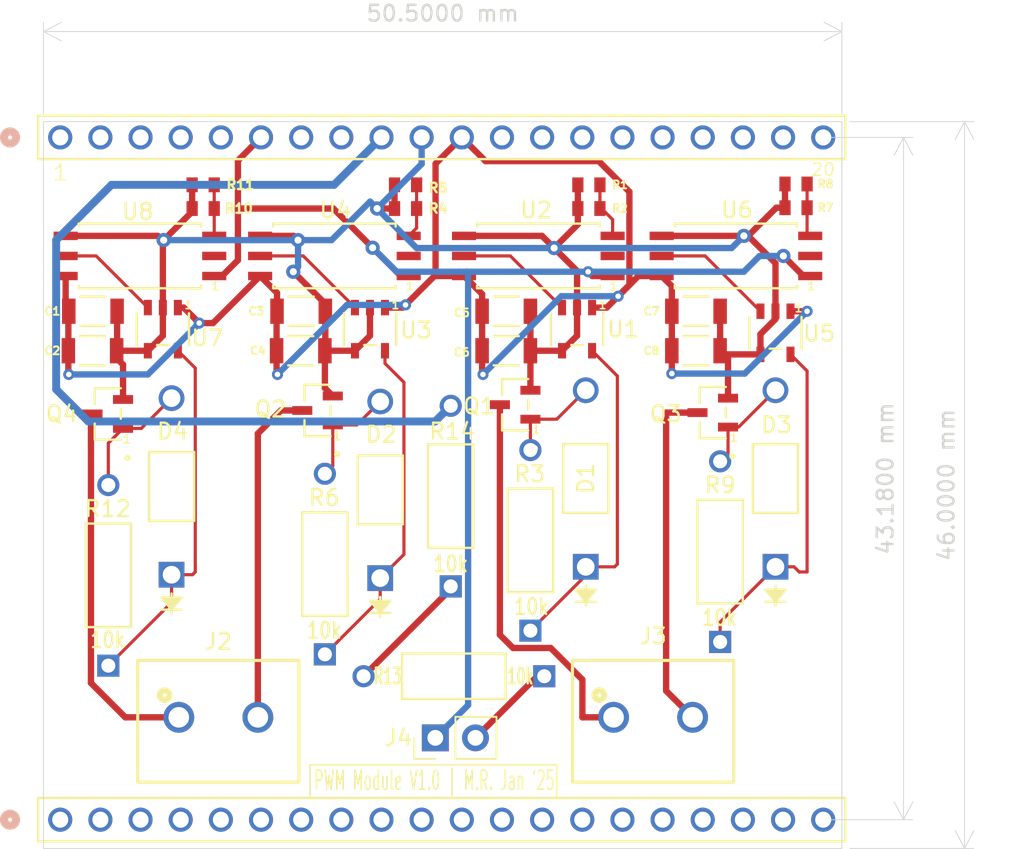
<source format=kicad_pcb>
(kicad_pcb (version 20240108) (generator "pcbnew") (generator_version "8.0")
  (layers (0 "F.Cu" signal) (31 "B.Cu" signal) (34 "B.Paste" user) (35 "F.Paste" user) (36 "B.SilkS" user "B.Silkscreen") (37 "F.SilkS" user "F.Silkscreen") (38 "B.Mask" user) (39 "F.Mask" user) (44 "Edge.Cuts" user))
  (net 0 "")
  (net 1 "GND")
  (net 2 "Net-(U1-VDD)")
  (net 3 "Net-(D1-A)")
  (net 4 "Net-(D1-K)")
  (net 5 "Net-(D2-K)")
  (net 6 "Net-(D2-A)")
  (net 7 "Net-(D3-K)")
  (net 8 "Net-(D3-A)")
  (net 9 "Net-(D4-K)")
  (net 10 "Net-(D4-A)")
  (net 11 "Net-(J2-Pin_2)")
  (net 12 "Net-(J3-Pin_2)")
  (net 13 "Net-(J3-Pin_1)")
  (net 14 "Net-(R1-Pad2)")
  (net 15 "Net-(R4-Pad2)")
  (net 16 "Net-(R7-Pad2)")
  (net 17 "Net-(R10-Pad2)")
  (net 18 "Net-(U1-IN+)")
  (net 20 "Net-(U3-IN+)")
  (net 22 "Net-(U5-IN+)")
  (net 24 "Net-(U7-IN+)")
  (net 26 "Net-(J4-Pin_1)")
  (net 27 "Net-(J4-Pin_2)")
  (net 28 "Net-(R13-Pad2)")
  (net 37 "Net-(J5-Pad9)")
  (net 46 "Net-(J2-Pin_1)")
  (footprint "Connector_PinHeader_2.54mm:PinHeader_1x02_P2.54mm_Vertical" (layer "F.Cu") (at 176.125 63.4 90)
    (property "Reference" "J4" (at 0 -2.33 180) (layer "F.SilkS"))
    (property "Value" "Conn_01x02_Pin")
    (pad "1" thru_hole rect (at 0 0 90) (size 1.7 1.7) (drill 1) (layers "*.Cu" "*.Mask") (net 26 "Net-(J4-Pin_1)"))
    (pad "2" thru_hole oval (at 0 2.54 90) (size 1.7 1.7) (drill 1) (layers "*.Cu" "*.Mask") (net 27 "Net-(J4-Pin_2)"))
  )
  (footprint "UCC27517DBVR:DBV5_TEX" (layer "F.Cu") (at 158.891501 37.53475 -90)
    (property "Reference" "U7" (at 0.56525 -2.808499 0) (layer "F.SilkS"))
    (property "Value" "UCC27517DBVR")
    (pad "1" smd rect (at -1.36525 -0.950001 270) (size 0.9779 0.508) (layers "F.Cu" "F.Paste" "F.Mask") (net 2 "Net-(U1-VDD)"))
    (pad "2" smd rect (at -1.36525 0 270) (size 0.9779 0.508) (layers "F.Cu" "F.Paste" "F.Mask") (net 1 "GND"))
    (pad "3" smd rect (at -1.36525 0.950001 270) (size 0.9779 0.508) (layers "F.Cu" "F.Paste" "F.Mask") (net 24 "Net-(U7-IN+)"))
    (pad "4" smd rect (at 1.36525 0.950001 270) (size 0.9779 0.508) (layers "F.Cu" "F.Paste" "F.Mask") (net 1 "GND"))
    (pad "5" smd rect (at 1.36525 -0.950001 270) (size 0.9779 0.508) (layers "F.Cu" "F.Paste" "F.Mask") (net 9 "Net-(D4-K)"))
  )
  (footprint "PWM FET:SOT23_DIO" (layer "F.Cu") (at 168.6748 42.679999 90)
    (property "Reference" "Q2" (at 0.079999 -2.9748 0) (layer "F.SilkS"))
    (property "Value" "DMN3404L-7")
    (pad "1" smd rect (at -0.914999 0.9652 90) (size 0.5588 1.27) (layers "F.Cu" "F.Paste" "F.Mask") (net 6 "Net-(D2-A)"))
    (pad "2" smd rect (at 0.914999 0.9652 90) (size 0.5588 1.27) (layers "F.Cu" "F.Paste" "F.Mask") (net 1 "GND"))
    (pad "3" smd rect (at 0 -0.9652 90) (size 0.5588 1.27) (layers "F.Cu" "F.Paste" "F.Mask") (net 11 "Net-(J2-Pin_2)"))
  )
  (footprint "Capacitor 0.1u:CAP_CL31_SAM" (layer "F.Cu") (at 167.612199 38.9)
    (property "Reference" "C4" (at -2.712199 0 0) (layer "F.SilkS") (effects (font (size 0.5 0.5) (thickness 0.125))))
    (property "Value" "0.1u")
    (pad "1" smd rect (at -1.527801 0) (size 0.8556 1.6) (layers "F.Cu" "F.Paste" "F.Mask") (net 2 "Net-(U1-VDD)"))
    (pad "2" smd rect (at 1.527801 0) (size 0.8556 1.6) (layers "F.Cu" "F.Paste" "F.Mask") (net 1 "GND"))
  )
  (footprint "1k Resistor:STA_RMCF0603_STP" (layer "F.Cu") (at 174.243 29.9)
    (property "Reference" "R4" (at 2.057 0 0) (layer "F.SilkS") (effects (font (size 0.6 0.6))))
    (property "Value" "1k")
    (pad "1" smd rect (at -0.6985 0) (size 0.7112 0.9398) (layers "F.Cu" "F.Paste" "F.Mask") (net 1 "GND"))
    (pad "2" smd rect (at 0.6985 0) (size 0.7112 0.9398) (layers "F.Cu" "F.Paste" "F.Mask") (net 15 "Net-(R4-Pad2)"))
  )
  (footprint "Capacitor 0.1u:CAP_CL31_SAM" (layer "F.Cu") (at 154.4415 38.9)
    (property "Reference" "C2" (at -2.5415 0 0) (layer "F.SilkS") (effects (font (size 0.5 0.5) (thickness 0.125))))
    (property "Value" "0.1u")
    (pad "1" smd rect (at -1.527801 0) (size 0.8556 1.6) (layers "F.Cu" "F.Paste" "F.Mask") (net 2 "Net-(U1-VDD)"))
    (pad "2" smd rect (at 1.527801 0) (size 0.8556 1.6) (layers "F.Cu" "F.Paste" "F.Mask") (net 1 "GND"))
  )
  (footprint "1k Resistor:STA_RMCF0603_STP" (layer "F.Cu") (at 185.8385 28.4)
    (property "Reference" "R1" (at 1.9615 0 0) (layer "F.SilkS") (effects (font (size 0.5 0.5) (thickness 0.125))))
    (property "Value" "1k")
    (pad "1" smd rect (at -0.6985 0) (size 0.7112 0.9398) (layers "F.Cu" "F.Paste" "F.Mask") (net 1 "GND"))
    (pad "2" smd rect (at 0.6985 0) (size 0.7112 0.9398) (layers "F.Cu" "F.Paste" "F.Mask") (net 14 "Net-(R1-Pad2)"))
  )
  (footprint "Green Connectors:691137710002" (layer "F.Cu") (at 189.9 62.1)
    (property "Reference" "J3" (at 0 -5.135 0) (layer "F.SilkS"))
    (property "Value" "Conn_01x02_Pin")
    (pad "1" thru_hole circle (at -2.5 0) (size 1.95 1.95) (drill 1.3) (layers "*.Cu" "*.Mask") (net 13 "Net-(J3-Pin_1)"))
    (pad "2" thru_hole circle (at 2.5 0) (size 1.95 1.95) (drill 1.3) (layers "*.Cu" "*.Mask") (net 12 "Net-(J3-Pin_2)"))
  )
  (footprint "PWM Diode:DO-41_DIO" (layer "F.Cu") (at 159.4415 53.076 90)
    (property "Reference" "D4" (at 9.076 0.0585 0) (layer "F.SilkS"))
    (property "Value" "1N4001")
    (pad "1" thru_hole rect (at 0 0 90) (size 1.6256 1.6256) (drill 1.1176) (layers "*.Cu" "*.Mask") (net 9 "Net-(D4-K)"))
    (pad "2" thru_hole circle (at 11.176 0 90) (size 1.6256 1.6256) (drill 1.1176) (layers "*.Cu" "*.Mask") (net 10 "Net-(D4-A)"))
  )
  (footprint "PWM Diode:DO-41_DIO" (layer "F.Cu") (at 185.64 52.576 90)
    (property "Reference" "D1" (at 5.588 0 90) (layer "F.SilkS"))
    (property "Value" "1N4001")
    (pad "1" thru_hole rect (at 0 0 90) (size 1.6256 1.6256) (drill 1.1176) (layers "*.Cu" "*.Mask") (net 4 "Net-(D1-K)"))
    (pad "2" thru_hole circle (at 11.176 0 90) (size 1.6256 1.6256) (drill 1.1176) (layers "*.Cu" "*.Mask") (net 3 "Net-(D1-A)"))
  )
  (footprint "PWM FET:SOT23_DIO" (layer "F.Cu") (at 193.6748 42.814999 90)
    (property "Reference" "Q3" (at -0.085001 -2.9748 0) (layer "F.SilkS"))
    (property "Value" "DMN3404L-7")
    (pad "1" smd rect (at -0.914999 0.9652 90) (size 0.5588 1.27) (layers "F.Cu" "F.Paste" "F.Mask") (net 8 "Net-(D3-A)"))
    (pad "2" smd rect (at 0.914999 0.9652 90) (size 0.5588 1.27) (layers "F.Cu" "F.Paste" "F.Mask") (net 1 "GND"))
    (pad "3" smd rect (at 0 -0.9652 90) (size 0.5588 1.27) (layers "F.Cu" "F.Paste" "F.Mask") (net 12 "Net-(J3-Pin_2)"))
  )
  (footprint "20 pins:CONN_PH1-20-UA_ADM" (layer "F.Cu") (at 152.4 25.4)
    (property "Reference" "J5" (hide yes))
    (property "Value" "PH1-20-UA")
    (pad "1" thru_hole circle (at 0 0) (size 1.524 1.524) (drill 1.016) (layers "*.Cu" "*.Mask"))
    (pad "2" thru_hole circle (at 2.54 0) (size 1.524 1.524) (drill 1.016) (layers "*.Cu" "*.Mask"))
    (pad "3" thru_hole circle (at 5.08 0) (size 1.524 1.524) (drill 1.016) (layers "*.Cu" "*.Mask"))
    (pad "4" thru_hole circle (at 7.62 0) (size 1.524 1.524) (drill 1.016) (layers "*.Cu" "*.Mask"))
    (pad "5" thru_hole circle (at 10.16 0) (size 1.524 1.524) (drill 1.016) (layers "*.Cu" "*.Mask"))
    (pad "6" thru_hole circle (at 12.7 0) (size 1.524 1.524) (drill 1.016) (layers "*.Cu" "*.Mask") (net 26 "Net-(J4-Pin_1)"))
    (pad "7" thru_hole circle (at 15.24 0) (size 1.524 1.524) (drill 1.016) (layers "*.Cu" "*.Mask"))
    (pad "8" thru_hole circle (at 17.78 0) (size 1.524 1.524) (drill 1.016) (layers "*.Cu" "*.Mask"))
    (pad "9" thru_hole circle (at 20.32 0) (size 1.524 1.524) (drill 1.016) (layers "*.Cu" "*.Mask") (net 37 "Net-(J5-Pad9)"))
    (pad "10" thru_hole circle (at 22.86 0) (size 1.524 1.524) (drill 1.016) (layers "*.Cu" "*.Mask") (net 1 "GND"))
    (pad "11" thru_hole circle (at 25.4 0) (size 1.524 1.524) (drill 1.016) (layers "*.Cu" "*.Mask") (net 2 "Net-(U1-VDD)"))
    (pad "12" thru_hole circle (at 27.94 0) (size 1.524 1.524) (drill 1.016) (layers "*.Cu" "*.Mask"))
    (pad "13" thru_hole circle (at 30.48 0) (size 1.524 1.524) (drill 1.016) (layers "*.Cu" "*.Mask"))
    (pad "14" thru_hole circle (at 33.02 0) (size 1.524 1.524) (drill 1.016) (layers "*.Cu" "*.Mask"))
    (pad "15" thru_hole circle (at 35.56 0) (size 1.524 1.524) (drill 1.016) (layers "*.Cu" "*.Mask"))
    (pad "16" thru_hole circle (at 38.1 0) (size 1.524 1.524) (drill 1.016) (layers "*.Cu" "*.Mask"))
    (pad "17" thru_hole circle (at 40.64 0) (size 1.524 1.524) (drill 1.016) (layers "*.Cu" "*.Mask"))
    (pad "18" thru_hole circle (at 43.18 0) (size 1.524 1.524) (drill 1.016) (layers "*.Cu" "*.Mask"))
    (pad "19" thru_hole circle (at 45.72 0) (size 1.524 1.524) (drill 1.016) (layers "*.Cu" "*.Mask"))
    (pad "20" thru_hole circle (at 48.26 0) (size 1.524 1.524) (drill 1.016) (layers "*.Cu" "*.Mask"))
  )
  (footprint "1k Resistor:STA_RMCF0603_STP" (layer "F.Cu") (at 174.243 28.4)
    (property "Reference" "R5" (at 2.057 0.2 0) (layer "F.SilkS") (effects (font (size 0.6 0.6))))
    (property "Value" "1k")
    (pad "1" smd rect (at -0.6985 0) (size 0.7112 0.9398) (layers "F.Cu" "F.Paste" "F.Mask") (net 1 "GND"))
    (pad "2" smd rect (at 0.6985 0) (size 0.7112 0.9398) (layers "F.Cu" "F.Paste" "F.Mask") (net 15 "Net-(R4-Pad2)"))
  )
  (footprint "Green Connectors:691137710002" (layer "F.Cu") (at 162.4 62.1)
    (property "Reference" "J2" (at 0 -4.8 0) (layer "F.SilkS"))
    (property "Value" "Conn_01x02_Pin")
    (pad "1" thru_hole circle (at -2.5 0) (size 1.95 1.95) (drill 1.3) (layers "*.Cu" "*.Mask") (net 46 "Net-(J2-Pin_1)"))
    (pad "2" thru_hole circle (at 2.5 0) (size 1.95 1.95) (drill 1.3) (layers "*.Cu" "*.Mask") (net 11 "Net-(J2-Pin_2)"))
  )
  (footprint "1k Resistor:STA_RMCF0603_STP" (layer "F.Cu") (at 161.4415 28.4)
    (property "Reference" "R11" (at 2.3585 0 0) (layer "F.SilkS") (effects (font (size 0.6 0.6))))
    (property "Value" "1k")
    (pad "1" smd rect (at -0.6985 0) (size 0.7112 0.9398) (layers "F.Cu" "F.Paste" "F.Mask") (net 1 "GND"))
    (pad "2" smd rect (at 0.6985 0) (size 0.7112 0.9398) (layers "F.Cu" "F.Paste" "F.Mask") (net 17 "Net-(R10-Pad2)"))
  )
  (footprint "UCC27517DBVR:DBV5_TEX" (layer "F.Cu") (at 197.64 37.76525 -90)
    (property "Reference" "U5" (at 0.03475 -2.76 0) (layer "F.SilkS"))
    (property "Value" "UCC27517DBVR")
    (pad "1" smd rect (at -1.36525 -0.950001 270) (size 0.9779 0.508) (layers "F.Cu" "F.Paste" "F.Mask") (net 2 "Net-(U1-VDD)"))
    (pad "2" smd rect (at -1.36525 0 270) (size 0.9779 0.508) (layers "F.Cu" "F.Paste" "F.Mask") (net 1 "GND"))
    (pad "3" smd rect (at -1.36525 0.950001 270) (size 0.9779 0.508) (layers "F.Cu" "F.Paste" "F.Mask") (net 22 "Net-(U5-IN+)"))
    (pad "4" smd rect (at 1.36525 0.950001 270) (size 0.9779 0.508) (layers "F.Cu" "F.Paste" "F.Mask") (net 1 "GND"))
    (pad "5" smd rect (at 1.36525 -0.950001 270) (size 0.9779 0.508) (layers "F.Cu" "F.Paste" "F.Mask") (net 7 "Net-(D3-K)"))
  )
  (footprint "Capacitor 0.1u:CAP_CL31_SAM" (layer "F.Cu") (at 167.64 36.4)
    (property "Reference" "C3" (at -2.84 0 0) (layer "F.SilkS") (effects (font (size 0.5 0.5) (thickness 0.125))))
    (property "Value" "0.1u")
    (pad "1" smd rect (at -1.527801 0) (size 0.8556 1.6) (layers "F.Cu" "F.Paste" "F.Mask") (net 2 "Net-(U1-VDD)"))
    (pad "2" smd rect (at 1.527801 0) (size 0.8556 1.6) (layers "F.Cu" "F.Paste" "F.Mask") (net 1 "GND"))
  )
  (footprint "Capacitor 0.1u:CAP_CL31_SAM" (layer "F.Cu") (at 180.612199 36.4)
    (property "Reference" "C5" (at -2.812199 0.1 0) (layer "F.SilkS") (effects (font (size 0.5 0.5) (thickness 0.125))))
    (property "Value" "0.1u")
    (pad "1" smd rect (at -1.527801 0) (size 0.8556 1.6) (layers "F.Cu" "F.Paste" "F.Mask") (net 2 "Net-(U1-VDD)"))
    (pad "2" smd rect (at 1.527801 0) (size 0.8556 1.6) (layers "F.Cu" "F.Paste" "F.Mask") (net 1 "GND"))
  )
  (footprint "Capacitor 0.1u:CAP_CL31_SAM" (layer "F.Cu") (at 180.612199 38.9)
    (property "Reference" "C6" (at -2.812199 0.1 0) (layer "F.SilkS") (effects (font (size 0.5 0.5) (thickness 0.125))))
    (property "Value" "0.1u")
    (pad "1" smd rect (at -1.527801 0) (size 0.8556 1.6) (layers "F.Cu" "F.Paste" "F.Mask") (net 2 "Net-(U1-VDD)"))
    (pad "2" smd rect (at 1.527801 0) (size 0.8556 1.6) (layers "F.Cu" "F.Paste" "F.Mask") (net 1 "GND"))
  )
  (footprint "PWM FET:SOT23_DIO" (layer "F.Cu") (at 155.4067 42.9 90)
    (property "Reference" "Q4" (at 0 -2.9067 0) (layer "F.SilkS"))
    (property "Value" "DMN3404L-7")
    (pad "1" smd rect (at -0.914999 0.9652 90) (size 0.5588 1.27) (layers "F.Cu" "F.Paste" "F.Mask") (net 10 "Net-(D4-A)"))
    (pad "2" smd rect (at 0.914999 0.9652 90) (size 0.5588 1.27) (layers "F.Cu" "F.Paste" "F.Mask") (net 1 "GND"))
    (pad "3" smd rect (at 0 -0.9652 90) (size 0.5588 1.27) (layers "F.Cu" "F.Paste" "F.Mask") (net 46 "Net-(J2-Pin_1)"))
  )
  (footprint "PWM Diode:DO-41_DIO" (layer "F.Cu") (at 197.64 52.576 90)
    (property "Reference" "D3" (at 8.976 0.06 0) (layer "F.SilkS"))
    (property "Value" "1N4001")
    (pad "1" thru_hole rect (at 0 0 90) (size 1.6256 1.6256) (drill 1.1176) (layers "*.Cu" "*.Mask") (net 7 "Net-(D3-K)"))
    (pad "2" thru_hole circle (at 11.176 0 90) (size 1.6256 1.6256) (drill 1.1176) (layers "*.Cu" "*.Mask") (net 8 "Net-(D3-A)"))
  )
  (footprint "10k throughole:STA_CF14_STP" (layer "F.Cu") (at 194.14 57.33 90)
    (property "Reference" "R9" (at 9.93 0 0) (layer "F.SilkS"))
    (property "Value" "10k")
    (pad "1" thru_hole rect (at 0 0 90) (size 1.397 1.397) (drill 0.889) (layers "*.Cu" "*.Mask") (net 7 "Net-(D3-K)"))
    (pad "2" thru_hole circle (at 11.43 0 90) (size 1.397 1.397) (drill 0.889) (layers "*.Cu" "*.Mask") (net 8 "Net-(D3-A)"))
  )
  (footprint "TLP2745TP_E:SO6L_TOS" (layer "F.Cu") (at 182.64 32.9 180)
    (property "Reference" "U2" (at 0.14 2.9 0) (layer "F.SilkS"))
    (property "Value" "TLP2745TP_E")
    (pad "1" smd rect (at -4.699 -1.27 180) (size 1.524 0.5334) (layers "F.Cu" "F.Paste" "F.Mask") (net 26 "Net-(J4-Pin_1)"))
    (pad "2" smd rect (at -4.699 0 180) (size 1.524 0.5334) (layers "F.Cu" "F.Paste" "F.Mask"))
    (pad "3" smd rect (at -4.699 1.27 180) (size 1.524 0.5334) (layers "F.Cu" "F.Paste" "F.Mask") (net 14 "Net-(R1-Pad2)"))
    (pad "4" smd rect (at 4.699 1.27 180) (size 1.524 0.5334) (layers "F.Cu" "F.Paste" "F.Mask") (net 1 "GND"))
    (pad "5" smd rect (at 4.699 0 180) (size 1.524 0.5334) (layers "F.Cu" "F.Paste" "F.Mask") (net 18 "Net-(U1-IN+)"))
    (pad "6" smd rect (at 4.699 -1.27 180) (size 1.524 0.5334) (layers "F.Cu" "F.Paste" "F.Mask") (net 2 "Net-(U1-VDD)"))
  )
  (footprint "Capacitor 0.1u:CAP_CL31_SAM" (layer "F.Cu") (at 154.469301 36.4)
    (property "Reference" "C1" (at -2.569301 0 0) (layer "F.SilkS") (effects (font (size 0.5 0.5) (thickness 0.125))))
    (property "Value" "0.1u")
    (pad "1" smd rect (at -1.527801 0) (size 0.8556 1.6) (layers "F.Cu" "F.Paste" "F.Mask") (net 2 "Net-(U1-VDD)"))
    (pad "2" smd rect (at 1.527801 0) (size 0.8556 1.6) (layers "F.Cu" "F.Paste" "F.Mask") (net 1 "GND"))
  )
  (footprint "10k throughole:STA_CF14_STP" (layer "F.Cu") (at 183.015 59.5 180)
    (property "Reference" "R13" (at 9.915 0 0) (layer "F.SilkS") (effects (font (size 1 0.6))))
    (property "Value" "10k")
    (pad "1" thru_hole rect (at 0 0 180) (size 1.397 1.397) (drill 0.889) (layers "*.Cu" "*.Mask") (net 27 "Net-(J4-Pin_2)"))
    (pad "2" thru_hole circle (at 11.43 0 180) (size 1.397 1.397) (drill 0.889) (layers "*.Cu" "*.Mask") (net 28 "Net-(R13-Pad2)"))
  )
  (footprint "TLP2745TP_E:SO6L_TOS" (layer "F.Cu") (at 195.14 32.9 180)
    (property "Reference" "U6" (at -0.06 2.9 0) (layer "F.SilkS"))
    (property "Value" "TLP2745TP_E")
    (pad "1" smd rect (at -4.699 -1.27 180) (size 1.524 0.5334) (layers "F.Cu" "F.Paste" "F.Mask") (net 26 "Net-(J4-Pin_1)"))
    (pad "2" smd rect (at -4.699 0 180) (size 1.524 0.5334) (layers "F.Cu" "F.Paste" "F.Mask"))
    (pad "3" smd rect (at -4.699 1.27 180) (size 1.524 0.5334) (layers "F.Cu" "F.Paste" "F.Mask") (net 16 "Net-(R7-Pad2)"))
    (pad "4" smd rect (at 4.699 1.27 180) (size 1.524 0.5334) (layers "F.Cu" "F.Paste" "F.Mask") (net 1 "GND"))
    (pad "5" smd rect (at 4.699 0 180) (size 1.524 0.5334) (layers "F.Cu" "F.Paste" "F.Mask") (net 22 "Net-(U5-IN+)"))
    (pad "6" smd rect (at 4.699 -1.27 180) (size 1.524 0.5334) (layers "F.Cu" "F.Paste" "F.Mask") (net 2 "Net-(U1-VDD)"))
  )
  (footprint "Capacitor 0.1u:CAP_CL31_SAM" (layer "F.Cu") (at 192.612199 36.4)
    (property "Reference" "C7" (at -2.812199 0 0) (layer "F.SilkS") (effects (font (size 0.5 0.5) (thickness 0.125))))
    (property "Value" "0.1u")
    (pad "1" smd rect (at -1.527801 0) (size 0.8556 1.6) (layers "F.Cu" "F.Paste" "F.Mask") (net 2 "Net-(U1-VDD)"))
    (pad "2" smd rect (at 1.527801 0) (size 0.8556 1.6) (layers "F.Cu" "F.Paste" "F.Mask") (net 1 "GND"))
  )
  (footprint "10k throughole:STA_CF14_STP" (layer "F.Cu") (at 182.14 56.615 90)
    (property "Reference" "R3" (at 9.915 -0.04 0) (layer "F.SilkS"))
    (property "Value" "10k")
    (pad "1" thru_hole rect (at 0 0 90) (size 1.397 1.397) (drill 0.889) (layers "*.Cu" "*.Mask") (net 4 "Net-(D1-K)"))
    (pad "2" thru_hole circle (at 11.43 0 90) (size 1.397 1.397) (drill 0.889) (layers "*.Cu" "*.Mask") (net 3 "Net-(D1-A)"))
  )
  (footprint "1k Resistor:STA_RMCF0603_STP" (layer "F.Cu") (at 198.9415 28.3478)
    (property "Reference" "R8" (at 1.8585 0 0) (layer "F.SilkS") (effects (font (size 0.5 0.5) (thickness 0.125))))
    (property "Value" "1k")
    (pad "1" smd rect (at -0.6985 0) (size 0.7112 0.9398) (layers "F.Cu" "F.Paste" "F.Mask") (net 1 "GND"))
    (pad "2" smd rect (at 0.6985 0) (size 0.7112 0.9398) (layers "F.Cu" "F.Paste" "F.Mask") (net 16 "Net-(R7-Pad2)"))
  )
  (footprint "10k throughole:STA_CF14_STP" (layer "F.Cu") (at 155.4415 58.83 90)
    (property "Reference" "R12" (at 9.93 -0.0415 0) (layer "F.SilkS"))
    (property "Value" "10k")
    (pad "1" thru_hole rect (at 0 0 90) (size 1.397 1.397) (drill 0.889) (layers "*.Cu" "*.Mask") (net 9 "Net-(D4-K)"))
    (pad "2" thru_hole circle (at 11.43 0 90) (size 1.397 1.397) (drill 0.889) (layers "*.Cu" "*.Mask") (net 10 "Net-(D4-A)"))
  )
  (footprint "1k Resistor:STA_RMCF0603_STP" (layer "F.Cu") (at 185.8385 29.9)
    (property "Reference" "R2" (at 1.9615 0 0) (layer "F.SilkS") (effects (font (size 0.5 0.5) (thickness 0.125))))
    (property "Value" "1k")
    (pad "1" smd rect (at -0.6985 0) (size 0.7112 0.9398) (layers "F.Cu" "F.Paste" "F.Mask") (net 1 "GND"))
    (pad "2" smd rect (at 0.6985 0) (size 0.7112 0.9398) (layers "F.Cu" "F.Paste" "F.Mask") (net 14 "Net-(R1-Pad2)"))
  )
  (footprint "UCC27517DBVR:DBV5_TEX" (layer "F.Cu") (at 171.991499 37.53475 -90)
    (property "Reference" "U3" (at 0.06525 -2.908501 0) (layer "F.SilkS"))
    (property "Value" "UCC27517DBVR")
    (pad "1" smd rect (at -1.36525 -0.950001 270) (size 0.9779 0.508) (layers "F.Cu" "F.Paste" "F.Mask") (net 2 "Net-(U1-VDD)"))
    (pad "2" smd rect (at -1.36525 0 270) (size 0.9779 0.508) (layers "F.Cu" "F.Paste" "F.Mask") (net 1 "GND"))
    (pad "3" smd rect (at -1.36525 0.950001 270) (size 0.9779 0.508) (layers "F.Cu" "F.Paste" "F.Mask") (net 20 "Net-(U3-IN+)"))
    (pad "4" smd rect (at 1.36525 0.950001 270) (size 0.9779 0.508) (layers "F.Cu" "F.Paste" "F.Mask") (net 1 "GND"))
    (pad "5" smd rect (at 1.36525 -0.950001 270) (size 0.9779 0.508) (layers "F.Cu" "F.Paste" "F.Mask") (net 5 "Net-(D2-K)"))
  )
  (footprint "PWM FET:SOT23_DIO" (layer "F.Cu") (at 181.1748 42.314999 90)
    (property "Reference" "Q1" (at -0.085001 -2.2748 0) (layer "F.SilkS"))
    (property "Value" "DMN3404L-7")
    (pad "1" smd rect (at -0.914999 0.9652 90) (size 0.5588 1.27) (layers "F.Cu" "F.Paste" "F.Mask") (net 3 "Net-(D1-A)"))
    (pad "2" smd rect (at 0.914999 0.9652 90) (size 0.5588 1.27) (layers "F.Cu" "F.Paste" "F.Mask") (net 1 "GND"))
    (pad "3" smd rect (at 0 -0.9652 90) (size 0.5588 1.27) (layers "F.Cu" "F.Paste" "F.Mask") (net 13 "Net-(J3-Pin_1)"))
  )
  (footprint "1k Resistor:STA_RMCF0603_STP" (layer "F.Cu") (at 161.4415 29.9)
    (property "Reference" "R10" (at 2.2585 0 0) (layer "F.SilkS") (effects (font (size 0.6 0.6))))
    (property "Value" "1k")
    (pad "1" smd rect (at -0.6985 0) (size 0.7112 0.9398) (layers "F.Cu" "F.Paste" "F.Mask") (net 1 "GND"))
    (pad "2" smd rect (at 0.6985 0) (size 0.7112 0.9398) (layers "F.Cu" "F.Paste" "F.Mask") (net 17 "Net-(R10-Pad2)"))
  )
  (footprint "10k throughole:STA_CF14_STP" (layer "F.Cu") (at 169.14 58.115 90)
    (property "Reference" "R6" (at 9.915 -0.04 0) (layer "F.SilkS"))
    (property "Value" "10k")
    (pad "1" thru_hole rect (at 0 0 90) (size 1.397 1.397) (drill 0.889) (layers "*.Cu" "*.Mask") (net 5 "Net-(D2-K)"))
    (pad "2" thru_hole circle (at 11.43 0 90) (size 1.397 1.397) (drill 0.889) (layers "*.Cu" "*.Mask") (net 6 "Net-(D2-A)"))
  )
  (footprint "10k throughole:STA_CF14_STP" (layer "F.Cu") (at 177.1 53.815 90)
    (property "Reference" "R14" (at 9.815 0.1 0) (layer "F.SilkS"))
    (property "Value" "10k")
    (pad "1" thru_hole rect (at 0 0 90) (size 1.397 1.397) (drill 0.889) (layers "*.Cu" "*.Mask") (net 28 "Net-(R13-Pad2)"))
    (pad "2" thru_hole circle (at 11.43 0 90) (size 1.397 1.397) (drill 0.889) (layers "*.Cu" "*.Mask") (net 37 "Net-(J5-Pad9)"))
  )
  (footprint "1k Resistor:STA_RMCF0603_STP" (layer "F.Cu") (at 198.9415 29.8478)
    (property "Reference" "R7" (at 1.8585 0 0) (layer "F.SilkS") (effects (font (size 0.5 0.5) (thickness 0.125))))
    (property "Value" "1k")
    (pad "1" smd rect (at -0.6985 0) (size 0.7112 0.9398) (layers "F.Cu" "F.Paste" "F.Mask") (net 1 "GND"))
    (pad "2" smd rect (at 0.6985 0) (size 0.7112 0.9398) (layers "F.Cu" "F.Paste" "F.Mask") (net 16 "Net-(R7-Pad2)"))
  )
  (footprint "TLP2745TP_E:SO6L_TOS" (layer "F.Cu") (at 157.4415 32.9 180)
    (property "Reference" "U8" (at 0.1415 2.8 0) (layer "F.SilkS"))
    (property "Value" "TLP2745TP_E")
    (pad "1" smd rect (at -4.699 -1.27 180) (size 1.524 0.5334) (layers "F.Cu" "F.Paste" "F.Mask") (net 26 "Net-(J4-Pin_1)"))
    (pad "2" smd rect (at -4.699 0 180) (size 1.524 0.5334) (layers "F.Cu" "F.Paste" "F.Mask"))
    (pad "3" smd rect (at -4.699 1.27 180) (size 1.524 0.5334) (layers "F.Cu" "F.Paste" "F.Mask") (net 17 "Net-(R10-Pad2)"))
    (pad "4" smd rect (at 4.699 1.27 180) (size 1.524 0.5334) (layers "F.Cu" "F.Paste" "F.Mask") (net 1 "GND"))
    (pad "5" smd rect (at 4.699 0 180) (size 1.524 0.5334) (layers "F.Cu" "F.Paste" "F.Mask") (net 24 "Net-(U7-IN+)"))
    (pad "6" smd rect (at 4.699 -1.27 180) (size 1.524 0.5334) (layers "F.Cu" "F.Paste" "F.Mask") (net 2 "Net-(U1-VDD)"))
  )
  (footprint "UCC27517DBVR:DBV5_TEX" (layer "F.Cu") (at 185.090001 37.53475 -90)
    (property "Reference" "U1" (at 0 -2.909999 0) (layer "F.SilkS"))
    (property "Value" "UCC27517DBVR")
    (pad "1" smd rect (at -1.36525 -0.950001 270) (size 0.9779 0.508) (layers "F.Cu" "F.Paste" "F.Mask") (net 2 "Net-(U1-VDD)"))
    (pad "2" smd rect (at -1.36525 0 270) (size 0.9779 0.508) (layers "F.Cu" "F.Paste" "F.Mask") (net 1 "GND"))
    (pad "3" smd rect (at -1.36525 0.950001 270) (size 0.9779 0.508) (layers "F.Cu" "F.Paste" "F.Mask") (net 18 "Net-(U1-IN+)"))
    (pad "4" smd rect (at 1.36525 0.950001 270) (size 0.9779 0.508) (layers "F.Cu" "F.Paste" "F.Mask") (net 1 "GND"))
    (pad "5" smd rect (at 1.36525 -0.950001 270) (size 0.9779 0.508) (layers "F.Cu" "F.Paste" "F.Mask") (net 4 "Net-(D1-K)"))
  )
  (footprint "PWM Diode:DO-41_DIO" (layer "F.Cu") (at 172.64 53.2895 90)
    (property "Reference" "D2" (at 9.0895 0.06 0) (layer "F.SilkS"))
    (property "Value" "1N4001")
    (pad "1" thru_hole rect (at 0 0 90) (size 1.6256 1.6256) (drill 1.1176) (layers "*.Cu" "*.Mask") (net 5 "Net-(D2-K)"))
    (pad "2" thru_hole circle (at 11.176 0 90) (size 1.6256 1.6256) (drill 1.1176) (layers "*.Cu" "*.Mask") (net 6 "Net-(D2-A)"))
  )
  (footprint "TLP2745TP_E:SO6L_TOS" (layer "F.Cu") (at 169.7425 32.9 180)
    (property "Reference" "U4" (at -0.0575 2.9 0) (layer "F.SilkS"))
    (property "Value" "TLP2745TP_E")
    (pad "1" smd rect (at -4.699 -1.27 180) (size 1.524 0.5334) (layers "F.Cu" "F.Paste" "F.Mask") (net 26 "Net-(J4-Pin_1)"))
    (pad "2" smd rect (at -4.699 0 180) (size 1.524 0.5334) (layers "F.Cu" "F.Paste" "F.Mask"))
    (pad "3" smd rect (at -4.699 1.27 180) (size 1.524 0.5334) (layers "F.Cu" "F.Paste" "F.Mask") (net 15 "Net-(R4-Pad2)"))
    (pad "4" smd rect (at 4.699 1.27 180) (size 1.524 0.5334) (layers "F.Cu" "F.Paste" "F.Mask") (net 1 "GND"))
    (pad "5" smd rect (at 4.699 0 180) (size 1.524 0.5334) (layers "F.Cu" "F.Paste" "F.Mask") (net 20 "Net-(U3-IN+)"))
    (pad "6" smd rect (at 4.699 -1.27 180) (size 1.524 0.5334) (layers "F.Cu" "F.Paste" "F.Mask") (net 2 "Net-(U1-VDD)"))
  )
  (footprint "20 pins:CONN_PH1-20-UA_ADM" (layer "F.Cu") (at 152.4 68.58)
    (property "Reference" "J5" (hide yes))
    (property "Value" "PH1-20-UA")
    (pad "1" thru_hole circle (at 0 0) (size 1.524 1.524) (drill 1.016) (layers "*.Cu" "*.Mask"))
    (pad "2" thru_hole circle (at 2.54 0) (size 1.524 1.524) (drill 1.016) (layers "*.Cu" "*.Mask"))
    (pad "3" thru_hole circle (at 5.08 0) (size 1.524 1.524) (drill 1.016) (layers "*.Cu" "*.Mask"))
    (pad "4" thru_hole circle (at 7.62 0) (size 1.524 1.524) (drill 1.016) (layers "*.Cu" "*.Mask"))
    (pad "5" thru_hole circle (at 10.16 0) (size 1.524 1.524) (drill 1.016) (layers "*.Cu" "*.Mask"))
    (pad "6" thru_hole circle (at 12.7 0) (size 1.524 1.524) (drill 1.016) (layers "*.Cu" "*.Mask"))
    (pad "7" thru_hole circle (at 15.24 0) (size 1.524 1.524) (drill 1.016) (layers "*.Cu" "*.Mask"))
    (pad "8" thru_hole circle (at 17.78 0) (size 1.524 1.524) (drill 1.016) (layers "*.Cu" "*.Mask"))
    (pad "9" thru_hole circle (at 20.32 0) (size 1.524 1.524) (drill 1.016) (layers "*.Cu" "*.Mask"))
    (pad "10" thru_hole circle (at 22.86 0) (size 1.524 1.524) (drill 1.016) (layers "*.Cu" "*.Mask"))
    (pad "11" thru_hole circle (at 25.4 0) (size 1.524 1.524) (drill 1.016) (layers "*.Cu" "*.Mask"))
    (pad "12" thru_hole circle (at 27.94 0) (size 1.524 1.524) (drill 1.016) (layers "*.Cu" "*.Mask"))
    (pad "13" thru_hole circle (at 30.48 0) (size 1.524 1.524) (drill 1.016) (layers "*.Cu" "*.Mask"))
    (pad "14" thru_hole circle (at 33.02 0) (size 1.524 1.524) (drill 1.016) (layers "*.Cu" "*.Mask"))
    (pad "15" thru_hole circle (at 35.56 0) (size 1.524 1.524) (drill 1.016) (layers "*.Cu" "*.Mask"))
    (pad "16" thru_hole circle (at 38.1 0) (size 1.524 1.524) (drill 1.016) (layers "*.Cu" "*.Mask"))
    (pad "17" thru_hole circle (at 40.64 0) (size 1.524 1.524) (drill 1.016) (layers "*.Cu" "*.Mask"))
    (pad "18" thru_hole circle (at 43.18 0) (size 1.524 1.524) (drill 1.016) (layers "*.Cu" "*.Mask"))
    (pad "19" thru_hole circle (at 45.72 0) (size 1.524 1.524) (drill 1.016) (layers "*.Cu" "*.Mask"))
    (pad "20" thru_hole circle (at 48.26 0) (size 1.524 1.524) (drill 1.016) (layers "*.Cu" "*.Mask"))
  )
  (footprint "Capacitor 0.1u:CAP_CL31_SAM" (layer "F.Cu") (at 192.612199 38.9)
    (property "Reference" "C8" (at -2.812199 0 0) (layer "F.SilkS") (effects (font (size 0.5 0.5) (thickness 0.125))))
    (property "Value" "0.1u")
    (pad "1" smd rect (at -1.527801 0) (size 0.8556 1.6) (layers "F.Cu" "F.Paste" "F.Mask") (net 2 "Net-(U1-VDD)"))
    (pad "2" smd rect (at 1.527801 0) (size 0.8556 1.6) (layers "F.Cu" "F.Paste" "F.Mask") (net 1 "GND"))
  )
  (gr_rect (start 168.2 65.1) (end 183.8 67.2) (stroke (width 0.1)) (fill none) (layer "F.SilkS"))
  (gr_rect (start 151.34 24.4) (end 201.84 70.4) (stroke (width 0.05)) (fill none) (layer "Edge.Cuts"))
  (gr_text "1" (at 161.9 35.1 0) (layer "F.SilkS") (effects (font (size 0.5 0.5) (thickness 0.1)) (justify left bottom)))
  (gr_text "1" (at 182.2 44.2 0) (layer "F.SilkS") (effects (font (size 0.5 0.5) (thickness 0.1)) (justify left bottom)))
  (gr_text "10k\n" (at 169.1 56.6 0) (layer "F.SilkS") (effects (font (size 1 0.8))))
  (gr_text "1" (at 198.8 36.5 0) (layer "F.SilkS") (effects (font (size 0.5 0.5) (thickness 0.1)) (justify left bottom)))
  (gr_text "1" (at 169.6 44.6 0) (layer "F.SilkS") (effects (font (size 0.5 0.5) (thickness 0.1)) (justify left bottom)))
  (gr_text "1" (at 156.3 44.8 0) (layer "F.SilkS") (effects (font (size 0.5 0.5) (thickness 0.1)) (justify left bottom)))
  (gr_text "10k\n" (at 177.1 52.4 0) (layer "F.SilkS") (effects (font (size 1 0.8))))
  (gr_text "1" (at 194.7 44.7 0) (layer "F.SilkS") (effects (font (size 0.5 0.5) (thickness 0.1)) (justify left bottom)))
  (gr_text "10k\n" (at 194.1 55.8 0) (layer "F.SilkS") (effects (font (size 1 0.8))))
  (gr_text "10k\n" (at 181.5 59.5 0) (layer "F.SilkS") (effects (font (size 1 0.6))))
  (gr_text "1" (at 160.2 36.3 0) (layer "F.SilkS") (effects (font (size 0.5 0.5) (thickness 0.1)) (justify left bottom)))
  (gr_text "1" (at 151.87381 28.2 0) (layer "F.SilkS") (effects (font (size 1 1) (thickness 0.1)) (justify left bottom)))
  (gr_text "1" (at 174.2 35.1 0) (layer "F.SilkS") (effects (font (size 0.5 0.5) (thickness 0.1)) (justify left bottom)))
  (gr_text "10k" (at 155.4 57.2 0) (layer "F.SilkS") (effects (font (size 1 0.8))))
  (gr_text "1" (at 173.3 36.3 0) (layer "F.SilkS") (effects (font (size 0.5 0.5) (thickness 0.1)) (justify left bottom)))
  (gr_text "PWM Module V1.0 | M.R. Jan '25" (at 168.4 66.8 0) (layer "F.SilkS") (effects (font (size 1.2 0.6) (thickness 0.1)) (justify left bottom)))
  (gr_text "1" (at 199.6 35.1 0) (layer "F.SilkS") (effects (font (size 0.5 0.5) (thickness 0.1)) (justify left bottom)))
  (gr_text "20\n" (at 199.828095 27.9 0) (layer "F.SilkS") (effects (font (size 0.8 0.8) (thickness 0.1)) (justify left bottom)))
  (gr_text "1" (at 187.1 35.1 0) (layer "F.SilkS") (effects (font (size 0.5 0.5) (thickness 0.1)) (justify left bottom)))
  (gr_text "10k\n" (at 182.2 55.1 0) (layer "F.SilkS") (effects (font (size 1 0.8))))
  (gr_text "1" (at 186.4 36.3 0) (layer "F.SilkS") (effects (font (size 0.5 0.5) (thickness 0.1)) (justify left bottom)))
  (dimension (type aligned) (layer "Edge.Cuts") (pts (xy 201.84 70.4) (xy 201.84 24.4)) (height 7.76) (gr_text "46.0000 mm" (at 208.45 47.4 90) (layer "Edge.Cuts") (effects (font (size 1 1) (thickness 0.15)))) (format (prefix "") (suffix "") (units 3) (units_format 1) (precision 4)) (style (thickness 0.05) (arrow_length 1.27) (text_position_mode 0) (extension_height 0.58642) (extension_offset 0.5) keep_text_aligned))
  (dimension (type aligned) (layer "Edge.Cuts") (pts (xy 201.84 24.4) (xy 151.34 24.4)) (height 5.699999) (gr_text "50.5000 mm" (at 176.59 17.550001 0) (layer "Edge.Cuts") (effects (font (size 1 1) (thickness 0.15)))) (format (prefix "") (suffix "") (units 3) (units_format 1) (precision 4)) (style (thickness 0.05) (arrow_length 1.27) (text_position_mode 0) (extension_height 0.58642) (extension_offset 0.5) keep_text_aligned))
  (dimension (type aligned) (layer "Edge.Cuts") (pts (xy 200.66 68.58) (xy 200.66 25.4)) (height 5.08) (gr_text "43.1800 mm" (at 204.59 46.99 90) (layer "Edge.Cuts") (effects (font (size 1 1) (thickness 0.15)))) (format (prefix "") (suffix "") (units 3) (units_format 1) (precision 4)) (style (thickness 0.05) (arrow_length 1.27) (text_position_mode 0) (extension_height 0.58642) (extension_offset 0.5) keep_text_aligned))
  (segment (start 195.64 31.63) (end 190.441 31.63) (width 0.4) (layer "F.Cu") (net 1))
  (segment (start 198.243 29.8478) (end 197.6922 29.8478) (width 0.4) (layer "F.Cu") (net 1))
  (segment (start 182.14 38.9) (end 182.14 41.4) (width 0.4) (layer "F.Cu") (net 1))
  (segment (start 171.991499 37.949999) (end 171.041498 38.9) (width 0.4) (layer "F.Cu") (net 1))
  (segment (start 158.891501 31.949999) (end 158.891501 36.1695) (width 0.4) (layer "F.Cu") (net 1))
  (segment (start 171.991499 36.1695) (end 171.991499 37.949999) (width 0.4) (layer "F.Cu") (net 1))
  (segment (start 173.5445 29.9) (end 172.4415 29.9) (width 0.4) (layer "F.Cu") (net 1))
  (segment (start 156.3719 39.774798) (end 156.3719 41.985001) (width 0.4) (layer "F.Cu") (net 1))
  (segment (start 194.3705 39.1305) (end 194.14 38.9) (width 0.4) (layer "F.Cu") (net 1))
  (segment (start 152.7425 31.63) (end 158.571502 31.63) (width 0.4) (layer "F.Cu") (net 1))
  (segment (start 185.14 28.4) (end 185.14 29.9) (width 0.4) (layer "F.Cu") (net 1))
  (segment (start 185.090001 36.1695) (end 185.090001 33.850001) (width 0.4) (layer "F.Cu") (net 1))
  (segment (start 155.997102 36.4) (end 155.997102 38.872199) (width 0.4) (layer "F.Cu") (net 1))
  (segment (start 158.9415 31.9) (end 158.891501 31.949999) (width 0.4) (layer "F.Cu") (net 1))
  (segment (start 169.14 38.9) (end 171.041498 38.9) (width 0.4) (layer "F.Cu") (net 1))
  (segment (start 197.64 33.36) (end 195.91 31.63) (width 0.4) (layer "F.Cu") (net 1))
  (segment (start 185.090001 33.850001) (end 183.64 32.4) (width 0.4) (layer "F.Cu") (net 1))
  (segment (start 196.689999 37.850001) (end 196.689999 39.1305) (width 0.4) (layer "F.Cu") (net 1))
  (segment (start 155.969301 39.372199) (end 156.3719 39.774798) (width 0.4) (layer "F.Cu") (net 1))
  (segment (start 169.167801 35.927801) (end 167.14 33.9) (width 0.4) (layer "F.Cu") (net 1))
  (segment (start 169.167801 36.4) (end 169.167801 35.927801) (width 0.4) (layer "F.Cu") (net 1))
  (segment (start 177.941 31.63) (end 182.87 31.63) (width 0.4) (layer "F.Cu") (net 1))
  (segment (start 184.14 38.9) (end 182.14 38.9) (width 0.4) (layer "F.Cu") (net 1))
  (segment (start 194.64 41.9) (end 194.64 39.4) (width 0.4) (layer "F.Cu") (net 1))
  (segment (start 184.14 38.9) (end 185.090001 37.949999) (width 0.4) (layer "F.Cu") (net 1))
  (segment (start 160.743 29.9) (end 160.743 30.0985) (width 0.4) (layer "F.Cu") (net 1))
  (segment (start 165.0435 31.63) (end 167.1715 31.63) (width 0.4) (layer "F.Cu") (net 1))
  (segment (start 197.64 36.4) (end 197.64 33.36) (width 0.4) (layer "F.Cu") (net 1))
  (segment (start 169.14 41.265) (end 169.64 41.765) (width 0.4) (layer "F.Cu") (net 1))
  (segment (start 173.5445 28.4) (end 173.5445 29.9) (width 0.4) (layer "F.Cu") (net 1))
  (segment (start 182.14 36.4) (end 182.14 38.9) (width 0.4) (layer "F.Cu") (net 1))
  (segment (start 160.743 30.0985) (end 158.9415 31.9) (width 0.4) (layer "F.Cu") (net 1))
  (segment (start 194.14 36.4) (end 194.14 38.9) (width 0.4) (layer "F.Cu") (net 1))
  (segment (start 158.891501 37.949999) (end 158.891501 36.1695) (width 0.4) (layer "F.Cu") (net 1))
  (segment (start 197.6922 29.8478) (end 195.91 31.63) (width 0.4) (layer "F.Cu") (net 1))
  (segment (start 185.090001 37.949999) (end 185.090001 36.1695) (width 0.4) (layer "F.Cu") (net 1))
  (segment (start 194.64 39.4) (end 194.14 38.9) (width 0.4) (layer "F.Cu") (net 1))
  (segment (start 155.969301 38.9) (end 157.9415 38.9) (width 0.4) (layer "F.Cu") (net 1))
  (segment (start 155.997102 38.872199) (end 155.969301 38.9) (width 0.4) (layer "F.Cu") (net 1))
  (segment (start 167.1715 31.63) (end 167.4415 31.9) (width 0.4) (layer "F.Cu") (net 1))
  (segment (start 169.167801 36.4) (end 169.167801 38.872199) (width 0.4) (layer "F.Cu") (net 1))
  (segment (start 198.243 29.8478) (end 198.243 28.3478) (width 0.4) (layer "F.Cu") (net 1))
  (segment (start 158.571502 31.63) (end 158.891501 31.949999) (width 0.4) (layer "F.Cu") (net 1))
  (segment (start 185.14 29.9) (end 185.14 30.9) (width 0.4) (layer "F.Cu") (net 1))
  (segment (start 197.64 36.9) (end 196.689999 37.850001) (width 0.4) (layer "F.Cu") (net 1))
  (segment (start 185.14 30.9) (end 183.64 32.4) (width 0.4) (layer "F.Cu") (net 1))
  (segment (start 169.14 38.9) (end 169.14 41.265) (width 0.4) (layer "F.Cu") (net 1))
  (segment (start 196.689999 39.1305) (end 194.3705 39.1305) (width 0.4) (layer "F.Cu") (net 1))
  (segment (start 195.91 31.63) (end 195.64 31.63) (width 0.4) (layer "F.Cu") (net 1))
  (segment (start 182.87 31.63) (end 183.64 32.4) (width 0.4) (layer "F.Cu") (net 1))
  (segment (start 155.969301 38.9) (end 155.969301 39.372199) (width 0.4) (layer "F.Cu") (net 1))
  (segment (start 157.9415 38.9) (end 158.891501 37.949999) (width 0.4) (layer "F.Cu") (net 1))
  (segment (start 169.167801 38.872199) (end 169.14 38.9) (width 0.4) (layer "F.Cu") (net 1))
  (segment (start 160.743 28.4) (end 160.743 29.9) (width 0.4) (layer "F.Cu") (net 1))
  (segment (start 197.64 36.4) (end 197.64 36.9) (width 0.4) (layer "F.Cu") (net 1))
  (via (at 167.14 33.9) (size 0.9) (drill 0.45) (layers "F.Cu" "B.Cu") (net 1))
  (via (at 195.64 31.63) (size 0.9) (drill 0.45) (layers "F.Cu" "B.Cu") (net 1))
  (via (at 172.4415 29.9) (size 0.9) (drill 0.45) (layers "F.Cu" "B.Cu") (net 1))
  (via (at 183.64 32.4) (size 0.9) (drill 0.45) (layers "F.Cu" "B.Cu") (net 1))
  (via (at 158.9415 31.9) (size 0.9) (drill 0.45) (layers "F.Cu" "B.Cu") (net 1))
  (via (at 167.4415 31.9) (size 0.9) (drill 0.45) (layers "F.Cu" "B.Cu") (net 1))
  (segment (start 172.4415 29.9) (end 172.0015 29.46) (width 0.4) (layer "B.Cu") (net 1))
  (segment (start 167.4415 31.9) (end 169.5615 31.9) (width 0.4) (layer "B.Cu") (net 1))
  (segment (start 158.9415 31.9) (end 167.4415 31.9) (width 0.4) (layer "B.Cu") (net 1))
  (segment (start 167.4415 31.9) (end 167.4415 33.5985) (width 0.4) (layer "B.Cu") (net 1))
  (segment (start 175.26 25.4) (end 175.26 27.0815) (width 0.4) (layer "B.Cu") (net 1))
  (segment (start 174.9415 32.4) (end 172.4415 29.9) (width 0.4) (layer "B.Cu") (net 1))
  (segment (start 194.87 32.4) (end 183.64 32.4) (width 0.4) (layer "B.Cu") (net 1))
  (segment (start 183.64 32.4) (end 174.9415 32.4) (width 0.4) (layer "B.Cu") (net 1))
  (segment (start 167.4415 33.5985) (end 167.14 33.9) (width 0.4) (layer "B.Cu") (net 1))
  (segment (start 195.64 31.63) (end 194.87 32.4) (width 0.4) (layer "B.Cu") (net 1))
  (segment (start 169.5615 31.9) (end 172.0015 29.46) (width 0.4) (layer "B.Cu") (net 1))
  (segment (start 175.26 27.0815) (end 172.4415 29.9) (width 0.4) (layer "B.Cu") (net 1))
  (segment (start 191.084398 36.4) (end 191.084398 34.813398) (width 0.4) (layer "F.Cu") (net 2))
  (segment (start 179.084398 40.344398) (end 179.14 40.4) (width 0.4) (layer "F.Cu") (net 2))
  (segment (start 152.7425 35.701) (end 152.7425 34.17) (width 0.4) (layer "F.Cu") (net 2))
  (segment (start 160.211 36.1695) (end 161.1915 37.15) (width 0.4) (layer "F.Cu") (net 2))
  (segment (start 172.9415 36.1695) (end 174.0707 36.1695) (width 0.4) (layer "F.Cu") (net 2))
  (segment (start 152.913699 40.372199) (end 152.9415 40.4) (width 0.4) (layer "F.Cu") (net 2))
  (segment (start 174.2401 36.0001) (end 176.14 34.1002) (width 0.4) (layer "F.Cu") (net 2))
  (segment (start 159.841502 36.1695) (end 160.211 36.1695) (width 0.4) (layer "F.Cu") (net 2))
  (segment (start 166.112199 35.238699) (end 165.0435 34.17) (width 0.4) (layer "F.Cu") (net 2))
  (segment (start 179.084398 36.4) (end 179.084398 38.9) (width 0.4) (layer "F.Cu") (net 2))
  (segment (start 179.084398 38.9) (end 179.084398 40.344398) (width 0.4) (layer "F.Cu") (net 2))
  (segment (start 176.14 34.1002) (end 176.14 27.06) (width 0.4) (layer "F.Cu") (net 2))
  (segment (start 177.941 34.17) (end 176.2098 34.17) (width 0.4) (layer "F.Cu") (net 2))
  (segment (start 162.0635 37.15) (end 161.1915 37.15) (width 0.4) (layer "F.Cu") (net 2))
  (segment (start 179.3 26.9) (end 177.8 25.4) (width 0.4) (layer "F.Cu") (net 2))
  (segment (start 191.084398 34.813398) (end 190.441 34.17) (width 0.4) (layer "F.Cu") (net 2))
  (segment (start 166.084398 38.9) (end 166.084398 36.427801) (width 0.4) (layer "F.Cu") (net 2))
  (segment (start 176.2098 34.17) (end 176.14 34.1002) (width 0.4) (layer "F.Cu") (net 2))
  (segment (start 152.913699 36.927801) (end 152.913699 38.9) (width 0.4) (layer "F.Cu") (net 2))
  (segment (start 186.9682 36.1695) (end 187.68885 35.44885) (width 0.4) (layer "F.Cu") (net 2))
  (segment (start 198.590001 36.4) (end 199.64 36.4) (width 0.4) (layer "F.Cu") (net 2))
  (segment (start 152.9415 36.4) (end 152.9415 36.9) (width 0.4) (layer "F.Cu") (net 2))
  (segment (start 188.9677 34.17) (end 190.441 34.17) (width 0.4) (layer "F.Cu") (net 2))
  (segment (start 152.9415 35.9) (end 152.7425 35.701) (width 0.4) (layer "F.Cu") (net 2))
  (segment (start 152.9415 36.9) (end 152.913699 36.927801) (width 0.4) (layer "F.Cu") (net 2))
  (segment (start 186.040002 36.1695) (end 186.9682 36.1695) (width 0.4) (layer "F.Cu") (net 2))
  (segment (start 152.913699 38.9) (end 152.913699 40.372199) (width 0.4) (layer "F.Cu") (net 2))
  (segment (start 176.14 27.06) (end 177.8 25.4) (width 0.4) (layer "F.Cu") (net 2))
  (segment (start 186.4625 26.9) (end 179.3 26.9) (width 0.4) (layer "F.Cu") (net 2))
  (segment (start 166.112199 36.4) (end 166.112199 35.238699) (width 0.4) (layer "F.Cu") (net 2))
  (segment (start 166.084398 38.9) (end 166.084398 40.344398) (width 0.4) (layer "F.Cu") (net 2))
  (segment (start 152.9415 36.4) (end 152.9415 35.9) (width 0.4) (layer "F.Cu") (net 2))
  (segment (start 187.68885 35.44885) (end 188.9677 34.17) (width 0.4) (layer "F.Cu") (net 2))
  (segment (start 191.084398 36.4) (end 191.084398 38.9) (width 0.4) (layer "F.Cu") (net 2))
  (segment (start 174.0707 36.1695) (end 174.2401 36.0001) (width 0.4) (layer "F.Cu") (net 2))
  (segment (start 188.401 34.7367) (end 188.401 28.8385) (width 0.4) (layer "F.Cu") (net 2))
  (segment (start 191.084398 38.9) (end 191.084398 40.344398) (width 0.4) (layer "F.Cu") (net 2))
  (segment (start 165.0435 34.17) (end 162.0635 37.15) (width 0.4) (layer "F.Cu") (net 2))
  (segment (start 166.084398 40.344398) (end 166.14 40.4) (width 0.4) (layer "F.Cu") (net 2))
  (segment (start 187.68885 35.44885) (end 188.401 34.7367) (width 0.4) (layer "F.Cu") (net 2))
  (segment (start 179.084398 35.313398) (end 177.941 34.17) (width 0.4) (layer "F.Cu") (net 2))
  (segment (start 179.084398 36.4) (end 179.084398 35.313398) (width 0.4) (layer "F.Cu") (net 2))
  (segment (start 188.401 28.8385) (end 186.4625 26.9) (width 0.4) (layer "F.Cu") (net 2))
  (segment (start 166.084398 36.427801) (end 166.112199 36.4) (width 0.4) (layer "F.Cu") (net 2))
  (via (at 191.084398 40.344398) (size 0.7) (drill 0.35) (layers "F.Cu" "B.Cu") (net 2))
  (via (at 166.14 40.4) (size 0.7) (drill 0.35) (layers "F.Cu" "B.Cu") (net 2))
  (via (at 187.68885 35.44885) (size 0.7) (drill 0.35) (layers "F.Cu" "B.Cu") (net 2))
  (via (at 152.9415 40.4) (size 0.7) (drill 0.35) (layers "F.Cu" "B.Cu") (net 2))
  (via (at 174.2401 36.0001) (size 0.7) (drill 0.35) (layers "F.Cu" "B.Cu") (net 2))
  (via (at 161.1915 37.15) (size 0.7) (drill 0.35) (layers "F.Cu" "B.Cu") (net 2))
  (via (at 179.14 40.4) (size 0.7) (drill 0.35) (layers "F.Cu" "B.Cu") (net 2))
  (via (at 199.64 36.4) (size 0.7) (drill 0.35) (layers "F.Cu" "B.Cu") (net 2))
  (segment (start 187.68885 35.44885) (end 184.09115 35.44885) (width 0.4) (layer "B.Cu") (net 2))
  (segment (start 174.2401 36.0001) (end 170.5399 36.0001) (width 0.4) (layer "B.Cu") (net 2))
  (segment (start 199.64 36.4) (end 195.695602 40.344398) (width 0.4) (layer "B.Cu") (net 2))
  (segment (start 184.09115 35.44885) (end 179.14 40.4) (width 0.4) (layer "B.Cu") (net 2))
  (segment (start 195.695602 40.344398) (end 191.084398 40.344398) (width 0.4) (layer "B.Cu") (net 2))
  (segment (start 161.1915 37.15) (end 157.9415 40.4) (width 0.4) (layer "B.Cu") (net 2))
  (segment (start 170.5399 36.0001) (end 166.14 40.4) (width 0.4) (layer "B.Cu") (net 2))
  (segment (start 157.9415 40.4) (end 152.9415 40.4) (width 0.4) (layer "B.Cu") (net 2))
  (segment (start 182.14 45.185) (end 182.14 43.229998) (width 0.2) (layer "F.Cu") (net 3))
  (segment (start 183.810002 43.229998) (end 185.64 41.4) (width 0.2) (layer "F.Cu") (net 3))
  (segment (start 182.14 43.229998) (end 183.810002 43.229998) (width 0.2) (layer "F.Cu") (net 3))
  (segment (start 182.14 56.615) (end 185.64 53.115) (width 0.2) (layer "F.Cu") (net 4))
  (segment (start 187.64 52.4) (end 187.464 52.576) (width 0.2) (layer "F.Cu") (net 4))
  (segment (start 187.64 40.499998) (end 187.64 52.4) (width 0.2) (layer "F.Cu") (net 4))
  (segment (start 186.040002 38.9) (end 187.64 40.499998) (width 0.2) (layer "F.Cu") (net 4))
  (segment (start 185.64 53.115) (end 185.64 52.576) (width 0.2) (layer "F.Cu") (net 4))
  (segment (start 187.464 52.576) (end 185.64 52.576) (width 0.2) (layer "F.Cu") (net 4))
  (segment (start 172.64 53.2895) (end 174.14 51.7895) (width 0.2) (layer "F.Cu") (net 5))
  (segment (start 172.9415 39.7015) (end 172.9415 38.9) (width 0.2) (layer "F.Cu") (net 5))
  (segment (start 172.64 53.2895) (end 172.64 54.615) (width 0.2) (layer "F.Cu") (net 5))
  (segment (start 172.64 54.615) (end 169.14 58.115) (width 0.2) (layer "F.Cu") (net 5))
  (segment (start 174.14 40.9) (end 172.9415 39.7015) (width 0.2) (layer "F.Cu") (net 5))
  (segment (start 174.14 51.7895) (end 174.14 40.9) (width 0.2) (layer "F.Cu") (net 5))
  (segment (start 169.64 43.594998) (end 169.64 46.185) (width 0.2) (layer "F.Cu") (net 6))
  (segment (start 169.64 46.185) (end 169.14 46.685) (width 0.2) (layer "F.Cu") (net 6))
  (segment (start 171.158502 43.594998) (end 172.64 42.1135) (width 0.2) (layer "F.Cu") (net 6))
  (segment (start 169.64 43.594998) (end 171.158502 43.594998) (width 0.2) (layer "F.Cu") (net 6))
  (segment (start 199.14 52.9) (end 198.816 52.576) (width 0.2) (layer "F.Cu") (net 7))
  (segment (start 194.14 56.076) (end 197.64 52.576) (width 0.2) (layer "F.Cu") (net 7))
  (segment (start 198.816 52.576) (end 197.64 52.576) (width 0.2) (layer "F.Cu") (net 7))
  (segment (start 199.64 52.9) (end 199.14 52.9) (width 0.2) (layer "F.Cu") (net 7))
  (segment (start 199.64 40.180499) (end 199.64 52.9) (width 0.2) (layer "F.Cu") (net 7))
  (segment (start 198.590001 39.1305) (end 199.64 40.180499) (width 0.2) (layer "F.Cu") (net 7))
  (segment (start 194.14 57.33) (end 194.14 56.076) (width 0.2) (layer "F.Cu") (net 7))
  (segment (start 194.64 43.729998) (end 194.64 45.4) (width 0.2) (layer "F.Cu") (net 8))
  (segment (start 194.64 43.729998) (end 195.310002 43.729998) (width 0.2) (layer "F.Cu") (net 8))
  (segment (start 195.310002 43.729998) (end 197.64 41.4) (width 0.2) (layer "F.Cu") (net 8))
  (segment (start 194.64 45.4) (end 194.14 45.9) (width 0.2) (layer "F.Cu") (net 8))
  (segment (start 160.9415 52.9) (end 160.7655 53.076) (width 0.2) (layer "F.Cu") (net 9))
  (segment (start 160.7655 53.076) (end 159.4415 53.076) (width 0.2) (layer "F.Cu") (net 9))
  (segment (start 159.841502 38.9) (end 160.9415 39.999998) (width 0.2) (layer "F.Cu") (net 9))
  (segment (start 159.4415 53.076) (end 159.4415 54.83) (width 0.2) (layer "F.Cu") (net 9))
  (segment (start 159.4415 54.83) (end 155.4415 58.83) (width 0.2) (layer "F.Cu") (net 9))
  (segment (start 160.9415 39.999998) (end 160.9415 52.9) (width 0.2) (layer "F.Cu") (net 9))
  (segment (start 155.4415 44.745399) (end 156.3719 43.814999) (width 0.2) (layer "F.Cu") (net 10))
  (segment (start 157.526501 43.814999) (end 159.4415 41.9) (width 0.2) (layer "F.Cu") (net 10))
  (segment (start 156.3719 43.814999) (end 157.526501 43.814999) (width 0.2) (layer "F.Cu") (net 10))
  (segment (start 155.4415 47.4) (end 155.4415 44.745399) (width 0.2) (layer "F.Cu") (net 10))
  (segment (start 164.9 44.14) (end 164.9 62.1) (width 0.4) (layer "F.Cu") (net 11))
  (segment (start 166.360001 42.679999) (end 164.9 44.14) (width 0.4) (layer "F.Cu") (net 11))
  (segment (start 167.7096 42.679999) (end 166.360001 42.679999) (width 0.4) (layer "F.Cu") (net 11))
  (segment (start 190.725001 42.814999) (end 190.725001 60.425001) (width 0.4) (layer "F.Cu") (net 12))
  (segment (start 192.7096 42.814999) (end 190.725001 42.814999) (width 0.4) (layer "F.Cu") (net 12))
  (segment (start 190.725001 60.425001) (end 192.4 62.1) (width 0.4) (layer "F.Cu") (net 12))
  (segment (start 185.428 59.716) (end 183.4255 57.7135) (width 0.4) (layer "F.Cu") (net 13))
  (segment (start 187.4 62.1) (end 185.428 62.1) (width 0.4) (layer "F.Cu") (net 13))
  (segment (start 183.4255 57.7135) (end 181.0415 57.7135) (width 0.4) (layer "F.Cu") (net 13))
  (segment (start 185.428 62.1) (end 185.428 59.716) (width 0.4) (layer "F.Cu") (net 13))
  (segment (start 180.2096 56.8816) (end 180.2096 42.314999) (width 0.4) (layer "F.Cu") (net 13))
  (segment (start 181.0415 57.7135) (end 180.2096 56.8816) (width 0.4) (layer "F.Cu") (net 13))
  (segment (start 186.64 29.9) (end 187.339 30.599) (width 0.2) (layer "F.Cu") (net 14))
  (segment (start 186.537 29.9) (end 186.64 29.9) (width 0.2) (layer "F.Cu") (net 14))
  (segment (start 186.537 28.4) (end 186.537 29.9) (width 0.2) (layer "F.Cu") (net 14))
  (segment (start 187.339 30.599) (end 187.339 31.63) (width 0.2) (layer "F.Cu") (net 14))
  (segment (start 174.9415 28.4) (end 174.9415 29.9) (width 0.2) (layer "F.Cu") (net 15))
  (segment (start 174.4415 31.63) (end 174.9415 31.13) (width 0.2) (layer "F.Cu") (net 15))
  (segment (start 174.9415 31.13) (end 174.9415 29.9) (width 0.2) (layer "F.Cu") (net 15))
  (segment (start 199.64 29.8478) (end 199.64 31.431) (width 0.2) (layer "F.Cu") (net 16))
  (segment (start 199.64 29.8478) (end 199.64 28.3478) (width 0.2) (layer "F.Cu") (net 16))
  (segment (start 199.64 31.431) (end 199.839 31.63) (width 0.2) (layer "F.Cu") (net 16))
  (segment (start 162.14 28.4) (end 162.14 29.9) (width 0.2) (layer "F.Cu") (net 17))
  (segment (start 162.1405 29.9005) (end 162.14 29.9) (width 0.2) (layer "F.Cu") (net 17))
  (segment (start 162.1405 31.63) (end 162.1405 29.9005) (width 0.2) (layer "F.Cu") (net 17))
  (segment (start 180.8705 32.9) (end 177.941 32.9) (width 0.2) (layer "F.Cu") (net 18))
  (segment (start 184.14 36.1695) (end 180.8705 32.9) (width 0.2) (layer "F.Cu") (net 18))
  (segment (start 167.771998 32.9) (end 171.041498 36.1695) (width 0.2) (layer "F.Cu") (net 20))
  (segment (start 165.0435 32.9) (end 167.771998 32.9) (width 0.2) (layer "F.Cu") (net 20))
  (segment (start 193.189999 32.9) (end 190.441 32.9) (width 0.2) (layer "F.Cu") (net 22))
  (segment (start 196.689999 36.4) (end 193.189999 32.9) (width 0.2) (layer "F.Cu") (net 22))
  (segment (start 154.672 32.9) (end 152.7425 32.9) (width 0.2) (layer "F.Cu") (net 24))
  (segment (start 157.9415 36.1695) (end 154.672 32.9) (width 0.2) (layer "F.Cu") (net 24))
  (segment (start 172.1581 32.3819) (end 169.6762 29.9) (width 0.4) (layer "F.Cu") (net 26))
  (segment (start 163.64 29.9) (end 163.64 26.86) (width 0.4) (layer "F.Cu") (net 26))
  (segment (start 174.4415 34.17) (end 173.9462 34.17) (width 0.4) (layer "F.Cu") (net 26))
  (segment (start 186.060001 34.17) (end 187.339 34.17) (width 0.4) (layer "F.Cu") (net 26))
  (segment (start 162.1405 34.17) (end 162.6358 34.17) (width 0.4) (layer "F.Cu") (net 26))
  (segment (start 163.64 33.1658) (end 163.64 29.9) (width 0.4) (layer "F.Cu") (net 26))
  (segment (start 173.9462 34.17) (end 172.1581 32.3819) (width 0.4) (layer "F.Cu") (net 26))
  (segment (start 163.64 26.86) (end 165.1 25.4) (width 0.4) (layer "F.Cu") (net 26))
  (segment (start 169.6762 29.9) (end 163.64 29.9) (width 0.4) (layer "F.Cu") (net 26))
  (segment (start 199.839 34.17) (end 199.41 34.17) (width 0.4) (layer "F.Cu") (net 26))
  (segment (start 199.41 34.17) (end 198.14 32.9) (width 0.4) (layer "F.Cu") (net 26))
  (segment (start 185.790001 33.9) (end 186.060001 34.17) (width 0.4) (layer "F.Cu") (net 26))
  (segment (start 162.6358 34.17) (end 163.64 33.1658) (width 0.4) (layer "F.Cu") (net 26))
  (via (at 185.790001 33.9) (size 0.7) (drill 0.35) (layers "F.Cu" "B.Cu") (net 26))
  (via (at 172.1581 32.3819) (size 0.9) (drill 0.45) (layers "F.Cu" "B.Cu") (net 26))
  (via (at 198.14 32.9) (size 0.9) (drill 0.45) (layers "F.Cu" "B.Cu") (net 26))
  (segment (start 195.64 33.9) (end 196.64 32.9) (width 0.4) (layer "B.Cu") (net 26))
  (segment (start 196.64 32.9) (end 198.14 32.9) (width 0.4) (layer "B.Cu") (net 26))
  (segment (start 178.1985 33.9985) (end 178.1 33.9) (width 0.4) (layer "B.Cu") (net 26))
  (segment (start 178.1985 61.3265) (end 178.1985 33.9985) (width 0.4) (layer "B.Cu") (net 26))
  (segment (start 177.64 33.9) (end 173.6762 33.9) (width 0.4) (layer "B.Cu") (net 26))
  (segment (start 185.790001 33.9) (end 195.64 33.9) (width 0.4) (layer "B.Cu") (net 26))
  (segment (start 178.1 33.9) (end 177.64 33.9) (width 0.4) (layer "B.Cu") (net 26))
  (segment (start 176.125 63.4) (end 178.1985 61.3265) (width 0.4) (layer "B.Cu") (net 26))
  (segment (start 185.790001 33.9) (end 178.1 33.9) (width 0.4) (layer "B.Cu") (net 26))
  (segment (start 173.6762 33.9) (end 172.1581 32.3819) (width 0.4) (layer "B.Cu") (net 26))
  (segment (start 182.565 59.5) (end 183.015 59.5) (width 0.4) (layer "F.Cu") (net 27))
  (segment (start 178.665 63.4) (end 182.565 59.5) (width 0.4) (layer "F.Cu") (net 27))
  (segment (start 171.585 59.5) (end 177.1 53.985) (width 0.4) (layer "F.Cu") (net 28))
  (segment (start 177.1 53.985) (end 177.1 53.815) (width 0.4) (layer "F.Cu") (net 28))
  (segment (start 169.72 28.4) (end 155.64 28.4) (width 0.5) (layer "B.Cu") (net 37))
  (segment (start 152.1415 41.3415) (end 154.1763 43.3763) (width 0.5) (layer "B.Cu") (net 37))
  (segment (start 154.1763 43.3763) (end 176.1087 43.3763) (width 0.5) (layer "B.Cu") (net 37))
  (segment (start 155.64 28.4) (end 152.1415 31.8985) (width 0.5) (layer "B.Cu") (net 37))
  (segment (start 176.1087 43.3763) (end 177.1 42.385) (width 0.5) (layer "B.Cu") (net 37))
  (segment (start 172.72 25.4) (end 169.72 28.4) (width 0.5) (layer "B.Cu") (net 37))
  (segment (start 152.1415 31.8985) (end 152.1415 41.3415) (width 0.5) (layer "B.Cu") (net 37))
  (segment (start 156.5145 62.1) (end 159.9 62.1) (width 0.4) (layer "F.Cu") (net 46))
  (segment (start 154.343 42.9985) (end 154.343 59.9285) (width 0.4) (layer "F.Cu") (net 46))
  (segment (start 154.343 59.9285) (end 156.5145 62.1) (width 0.4) (layer "F.Cu") (net 46))
  (segment (start 154.4415 42.9) (end 154.343 42.9985) (width 0.4) (layer "F.Cu") (net 46))
)
</source>
